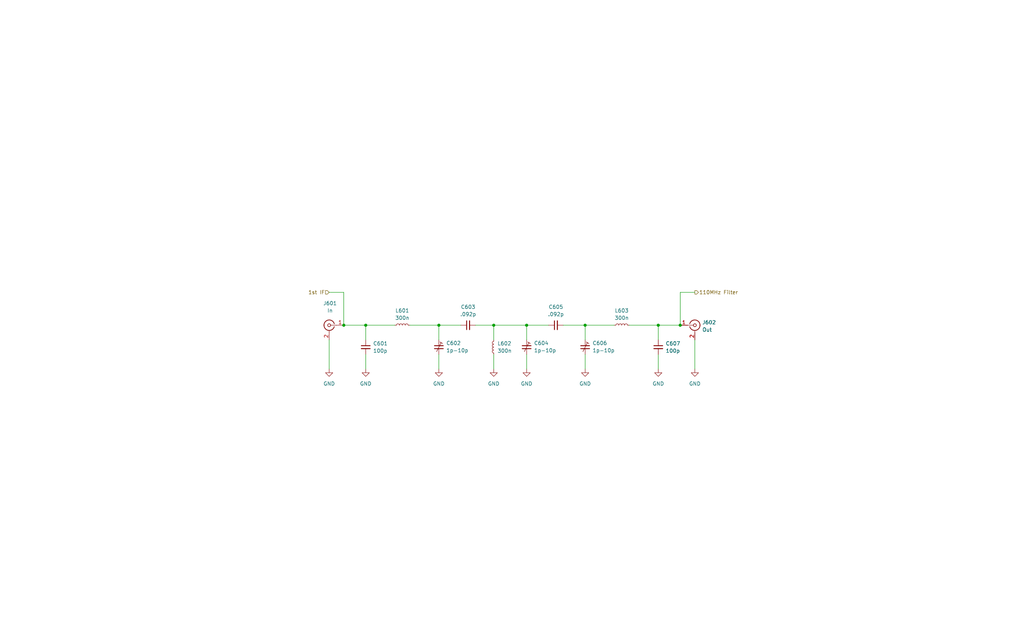
<source format=kicad_sch>
(kicad_sch (version 20211123) (generator eeschema)
  (paper "USLegal")
  (title_block (title "Spectrum Analyzer:110.7 MHz Filter") (date "2022-08-23") (rev "0") (company "Andy McCann KA3KAF and Doug McCann KA3KAG") (comment 2 "Terry White K7TAU") (comment 3 "Wes Hayward W7ZOI") (comment 4 "Original Design By:"))
  (lib_symbols
    (symbol "Connector:Conn_Coaxial" (pin_names (offset 1.016) hide)
      (property "Reference" "J" (at 0.254 3.048 0))
      (property "Value" "Conn_Coaxial" (at 2.921 0 90))
      (symbol "Conn_Coaxial_0_1"
        (arc (start -1.778 -0.508) (mid 0.2311 -1.8066) (end 1.778 0) (stroke (width 0.254)))
        (polyline (pts (xy -2.54 0) (xy -0.508 0)))
        (polyline (pts (xy 0 -2.54) (xy 0 -1.778)))
        (circle (center 0 0) (radius 0.508) (stroke (width 0.2032)))
        (arc (start 1.778 0) (mid 0.2099 1.8101) (end -1.778 0.508) (stroke (width 0.254)))
      )
      (symbol "Conn_Coaxial_1_1"
        (pin passive line (at -5.08 0 0) (length 2.54) (name "In") (number "1"))
        (pin passive line (at 0 -5.08 90) (length 2.54) (name "Ext") (number "2"))
      )
    )
    (symbol "Device:C_Small" (pin_numbers hide) (pin_names (offset 0.254) hide)
      (property "Reference" "C" (at 0.254 1.778 0))
      (property "Value" "C_Small" (at 0.254 -2.032 0))
      (symbol "C_Small_0_1"
        (polyline (pts (xy -1.524 -0.508) (xy 1.524 -0.508)) (stroke (width 0.3302)))
        (polyline (pts (xy -1.524 0.508) (xy 1.524 0.508)) (stroke (width 0.3048)))
      )
      (symbol "C_Small_1_1"
        (pin passive line (at 0 2.54 270) (length 2.032) (name "~") (number "1"))
        (pin passive line (at 0 -2.54 90) (length 2.032) (name "~") (number "2"))
      )
    )
    (symbol "Device:C_Trim_Small" (pin_numbers hide) (pin_names (offset 0.254) hide)
      (property "Reference" "C" (at 1.524 -2.032 0))
      (property "Value" "C_Trim_Small" (at 3.048 -3.556 0))
      (symbol "C_Trim_Small_0_1"
        (polyline (pts (xy -1.524 -0.508) (xy 1.524 -0.508)) (stroke (width 0.3048)))
        (polyline (pts (xy -1.524 0.508) (xy 1.524 0.508)) (stroke (width 0.3048)))
        (polyline (pts (xy 0.762 1.524) (xy -0.762 -1.524)) (stroke (width 0.1778)))
        (polyline (pts (xy 1.27 1.27) (xy 0.381 1.778)) (stroke (width 0.1778)))
      )
      (symbol "C_Trim_Small_1_1"
        (pin passive line (at 0 2.54 270) (length 2.032) (name "~") (number "1"))
        (pin passive line (at 0 -2.54 90) (length 2.032) (name "~") (number "2"))
      )
    )
    (symbol "Device:L_Small" (pin_numbers hide) (pin_names (offset 0.254) hide)
      (property "Reference" "L" (at 0.762 1.016 0))
      (property "Value" "L_Small" (at 0.762 -1.016 0))
      (symbol "L_Small_0_1"
        (arc (start 0 -2.032) (mid 0.508 -1.524) (end 0 -1.016))
        (arc (start 0 -1.016) (mid 0.508 -0.508) (end 0 0))
        (arc (start 0 0) (mid 0.508 0.508) (end 0 1.016))
        (arc (start 0 1.016) (mid 0.508 1.524) (end 0 2.032))
      )
      (symbol "L_Small_1_1"
        (pin passive line (at 0 2.54 270) (length 0.508) (name "~") (number "1"))
        (pin passive line (at 0 -2.54 90) (length 0.508) (name "~") (number "2"))
      )
    )
    (symbol "power:GND" (power) (pin_names (offset 0))
      (property "Value" "GND" (at 0 -3.81 0))
      (symbol "GND_0_1"
        (polyline (pts (xy 0 0) (xy 0 -1.27) (xy 1.27 -1.27) (xy 0 -2.54) (xy -1.27 -1.27) (xy 0 -1.27)))
      )
      (symbol "GND_1_1"
        (pin power_in line (at 0 0 270) (length 0) hide (name "GND") (number "1"))
      )
    )
  )
  (junction (at 203.2 113.03))
  (junction (at 127 113.03))
  (junction (at 236.22 113.03))
  (junction (at 228.6 113.03))
  (junction (at 171.45 113.03))
  (junction (at 182.88 113.03))
  (junction (at 119.38 113.03))
  (junction (at 152.4 113.03))
  (wire (pts (xy 203.2 123.19) (xy 203.2 128.27)))
  (wire (pts (xy 203.2 118.11) (xy 203.2 113.03)))
  (wire (pts (xy 171.45 118.11) (xy 171.45 113.03)))
  (wire (pts (xy 127 123.19) (xy 127 128.27)))
  (wire (pts (xy 241.3 101.6) (xy 236.22 101.6)))
  (wire (pts (xy 218.44 113.03) (xy 228.6 113.03)))
  (wire (pts (xy 228.6 113.03) (xy 228.6 118.11)))
  (wire (pts (xy 142.24 113.03) (xy 152.4 113.03)))
  (wire (pts (xy 165.1 113.03) (xy 171.45 113.03)))
  (wire (pts (xy 119.38 113.03) (xy 127 113.03)))
  (wire (pts (xy 195.58 113.03) (xy 203.2 113.03)))
  (wire (pts (xy 114.3 101.6) (xy 119.38 101.6)))
  (wire (pts (xy 152.4 123.19) (xy 152.4 128.27)))
  (wire (pts (xy 236.22 113.03) (xy 228.6 113.03)))
  (wire (pts (xy 152.4 118.11) (xy 152.4 113.03)))
  (wire (pts (xy 236.22 101.6) (xy 236.22 113.03)))
  (wire (pts (xy 114.3 128.27) (xy 114.3 118.11)))
  (wire (pts (xy 119.38 101.6) (xy 119.38 113.03)))
  (wire (pts (xy 137.16 113.03) (xy 127 113.03)))
  (wire (pts (xy 182.88 113.03) (xy 190.5 113.03)))
  (wire (pts (xy 203.2 113.03) (xy 213.36 113.03)))
  (wire (pts (xy 171.45 123.19) (xy 171.45 128.27)))
  (wire (pts (xy 171.45 113.03) (xy 182.88 113.03)))
  (wire (pts (xy 241.3 118.11) (xy 241.3 128.27)))
  (wire (pts (xy 182.88 118.11) (xy 182.88 113.03)))
  (wire (pts (xy 228.6 123.19) (xy 228.6 128.27)))
  (wire (pts (xy 182.88 123.19) (xy 182.88 128.27)))
  (wire (pts (xy 127 113.03) (xy 127 118.11)))
  (wire (pts (xy 152.4 113.03) (xy 160.02 113.03)))
  (hierarchical_label "1st IF" (shape input) (at 114.3 101.6 180))
  (hierarchical_label "110MHz Filter" (shape output) (at 241.3 101.6 0))
  (symbol (lib_id "power:GND") (at 203.2 128.27 0) (unit 1)
    (property "Reference" "#PWR0606" (effects hide))
    (property "Value" "GND" (at 203.2 133.35 0))
  )
  (symbol (lib_id "Device:C_Small") (at 162.56 113.03 90) (unit 1)
    (property "Reference" "C603" (at 162.5663 106.68 90))
    (property "Value" ".092p" (at 162.5663 109.22 90))
  )
  (symbol (lib_id "power:GND") (at 182.88 128.27 0) (unit 1)
    (property "Reference" "#PWR0605" (effects hide))
    (property "Value" "GND" (at 182.88 133.35 0))
  )
  (symbol (lib_id "Device:C_Small") (at 193.04 113.03 90) (unit 1)
    (property "Reference" "C605" (at 193.0463 106.68 90))
    (property "Value" ".092p" (at 193.0463 109.22 90))
  )
  (symbol (lib_id "power:GND") (at 114.3 128.27 0) (unit 1)
    (property "Reference" "#PWR0601" (effects hide))
    (property "Value" "GND" (at 114.3 133.35 0))
  )
  (symbol (lib_id "power:GND") (at 228.6 128.27 0) (unit 1)
    (property "Reference" "#PWR0607" (effects hide))
    (property "Value" "GND" (at 228.6 133.35 0))
  )
  (symbol (lib_id "power:GND") (at 152.4 128.27 0) (unit 1)
    (property "Reference" "#PWR0603" (effects hide))
    (property "Value" "GND" (at 152.4 133.35 0))
  )
  (symbol (lib_id "Device:C_Trim_Small") (at 182.88 120.65 0) (unit 1)
    (property "Reference" "C604" (at 185.42 119.2529 0) (effects (justify left)))
    (property "Value" "1p-10p" (at 185.42 121.7929 0) (effects (justify left)))
  )
  (symbol (lib_id "power:GND") (at 127 128.27 0) (unit 1)
    (property "Reference" "#PWR0602" (effects hide))
    (property "Value" "GND" (at 127 133.35 0))
  )
  (symbol (lib_id "Device:C_Trim_Small") (at 152.4 120.65 0) (unit 1)
    (property "Reference" "C602" (at 154.94 119.2529 0) (effects (justify left)))
    (property "Value" "1p-10p" (at 154.94 121.7929 0) (effects (justify left)))
  )
  (symbol (lib_id "power:GND") (at 241.3 128.27 0) (unit 1)
    (property "Reference" "#PWR0608" (effects hide))
    (property "Value" "GND" (at 241.3 133.35 0))
  )
  (symbol (lib_id "Connector:Conn_Coaxial") (at 114.3 113.03 0) (mirror y) (unit 1)
    (property "Reference" "J601" (at 114.6174 105.41 0))
    (property "Value" "In" (at 114.6174 107.95 0))
    (property "Datasheet" " ~" (effects hide))
  )
  (symbol (lib_id "Connector:Conn_Coaxial") (at 241.3 113.03 0) (unit 1)
    (property "Reference" "J602" (at 243.84 112.0531 0) (effects (justify left)))
    (property "Value" "Out" (at 243.84 114.5931 0) (effects (justify left)))
    (property "Datasheet" " ~" (effects hide))
  )
  (symbol (lib_id "Device:C_Small") (at 228.6 120.65 0) (unit 1)
    (property "Reference" "C607" (at 231.14 119.3862 0) (effects (justify left)))
    (property "Value" "100p" (at 231.14 121.9262 0) (effects (justify left)))
  )
  (symbol (lib_id "Device:L_Small") (at 139.7 113.03 90) (unit 1)
    (property "Reference" "L601" (at 139.7 107.95 90))
    (property "Value" "300n" (at 139.7 110.49 90))
  )
  (symbol (lib_id "Device:L_Small") (at 171.45 120.65 180) (unit 1)
    (property "Reference" "L602" (at 172.72 119.3799 0) (effects (justify right)))
    (property "Value" "300n" (at 172.72 121.9199 0) (effects (justify right)))
  )
  (symbol (lib_id "power:GND") (at 171.45 128.27 0) (unit 1)
    (property "Reference" "#PWR0604" (effects hide))
    (property "Value" "GND" (at 171.45 133.35 0))
  )
  (symbol (lib_id "Device:L_Small") (at 215.9 113.03 90) (unit 1)
    (property "Reference" "L603" (at 215.9 107.95 90))
    (property "Value" "300n" (at 215.9 110.49 90))
  )
  (symbol (lib_id "Device:C_Trim_Small") (at 203.2 120.65 0) (unit 1)
    (property "Reference" "C606" (at 205.74 119.2529 0) (effects (justify left)))
    (property "Value" "1p-10p" (at 205.74 121.7929 0) (effects (justify left)))
  )
  (symbol (lib_id "Device:C_Small") (at 127 120.65 0) (unit 1)
    (property "Reference" "C601" (at 129.54 119.3862 0) (effects (justify left)))
    (property "Value" "100p" (at 129.54 121.9262 0) (effects (justify left)))
  )
)
</source>
